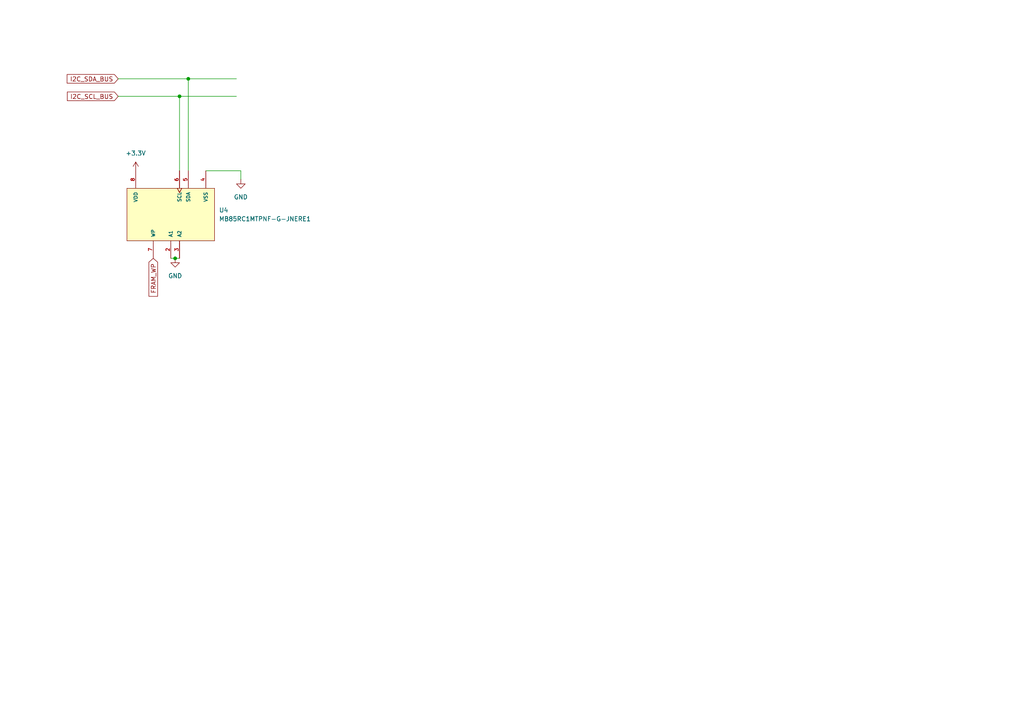
<source format=kicad_sch>
(kicad_sch (version 20231120) (generator "eeschema") (generator_version "8.0")
  (paper "A4")
  (lib_symbols
    (symbol "SamacSys_Parts:MB85RC1MTPNF-G-JNERE1" (pin_names (offset 1.016))
      (property "Reference" "U" (at -7.6346 13.4877 0))
      (property "Value" "MB85RC1MTPNF-G-JNERE1" (at -7.6256 -15.2511 0))
      (symbol "MB85RC1MTPNF-G-JNERE1_0_0"
        (rectangle (start -7.62 -12.7) (end 7.62 12.7) (stroke (width 0.1524)) (fill (type background)))
        (pin input line (at -12.7 0 0) (length 5.08) (name "A1") (number "2"))
        (pin input line (at -12.7 -2.54 0) (length 5.08) (name "A2") (number "3"))
        (pin power_in line (at 12.7 -10.16 180) (length 5.08) (name "VSS") (number "4"))
        (pin bidirectional line (at 12.7 -5.08 180) (length 5.08) (name "SDA") (number "5"))
        (pin input clock (at 12.7 -2.54 180) (length 5.08) (name "SCL") (number "6"))
        (pin input line (at -12.7 5.08 0) (length 5.08) (name "WP") (number "7"))
        (pin power_in line (at 12.7 10.16 180) (length 5.08) (name "VDD") (number "8"))
      )
    )
    (symbol "power:+3.3V" (power) (pin_numbers hide) (pin_names (offset 0) hide)
      (property "Value" "+3.3V" (at 0 3.556 0))
      (symbol "+3.3V_0_1"
        (polyline (pts (xy -0.762 1.27) (xy 0 2.54)))
        (polyline (pts (xy 0 0) (xy 0 2.54)))
        (polyline (pts (xy 0 2.54) (xy 0.762 1.27)))
      )
      (symbol "+3.3V_1_1"
        (pin power_in line (at 0 0 90) (length 0) (name "~") (number "1"))
      )
    )
    (symbol "power:GND" (power) (pin_numbers hide) (pin_names (offset 0) hide)
      (property "Value" "GND" (at 0 -3.81 0))
      (symbol "GND_0_1"
        (polyline (pts (xy 0 0) (xy 0 -1.27) (xy 1.27 -1.27) (xy 0 -2.54) (xy -1.27 -1.27) (xy 0 -1.27)))
      )
      (symbol "GND_1_1"
        (pin power_in line (at 0 0 270) (length 0) (name "~") (number "1"))
      )
    )
  )
  (junction (at 54.61 22.86))
  (junction (at 50.8 74.93))
  (junction (at 52.07 27.94))
  (wire (pts (xy 54.61 22.86) (xy 54.61 49.53)))
  (wire (pts (xy 69.85 49.53) (xy 69.85 52.07)))
  (wire (pts (xy 52.07 27.94) (xy 52.07 49.53)))
  (wire (pts (xy 52.07 27.94) (xy 68.58 27.94)))
  (wire (pts (xy 54.61 22.86) (xy 68.58 22.86)))
  (wire (pts (xy 34.29 27.94) (xy 52.07 27.94)))
  (wire (pts (xy 59.69 49.53) (xy 69.85 49.53)))
  (wire (pts (xy 50.8 74.93) (xy 49.53 74.93)))
  (wire (pts (xy 50.8 74.93) (xy 52.07 74.93)))
  (wire (pts (xy 34.29 22.86) (xy 54.61 22.86)))
  (global_label "FRAM_WP" (shape input) (at 44.45 74.93 270) (property "Intersheetrefs" "${INTERSHEET_REFS}" (effects (hide yes))))
  (global_label "I2C_SDA_BUS" (shape input) (at 34.29 22.86 180) (property "Intersheetrefs" "${INTERSHEET_REFS}" (effects (hide yes))))
  (global_label "I2C_SCL_BUS" (shape input) (at 34.29 27.94 180) (property "Intersheetrefs" "${INTERSHEET_REFS}" (effects (hide yes))))
  (symbol (lib_id "power:GND") (at 69.85 52.07 0) (unit 1)
    (property "Reference" "#PWR024" (effects (hide yes)))
    (property "Value" "GND" (at 69.85 57.15 0))
    (property "Description" "Power symbol creates a global label with name \"GND\" , ground" (effects (hide yes)))
  )
  (symbol (lib_id "power:GND") (at 50.8 74.93 0) (unit 1)
    (property "Reference" "#PWR025" (effects (hide yes)))
    (property "Value" "GND" (at 50.8 80.01 0))
    (property "Description" "Power symbol creates a global label with name \"GND\" , ground" (effects (hide yes)))
  )
  (symbol (lib_id "SamacSys_Parts:MB85RC1MTPNF-G-JNERE1") (at 49.53 62.23 90) (unit 1)
    (property "Reference" "U4" (at 63.5 60.9599 90) (effects (justify right)))
    (property "Value" "MB85RC1MTPNF-G-JNERE1" (at 63.5 63.4999 90) (effects (justify right)))
    (property "Footprint" "MB85RC1MTPNF-G-JNERE1:SOIC127P600X175-8N" (effects (hide yes)))
    (property "MF" "Fujitsu Semiconductor" (effects (hide yes)))
    (property "Description_1" "\nFRAM (Ferroelectric RAM) Memory IC 1Mbit I2C 3.4 MHz 130 ns 8-SOP\n" (effects (hide yes)))
    (property "Package" "None" (effects (hide yes)))
    (property "Price" "None" (effects (hide yes)))
    (property "Check_prices" "https://www.snapeda.com/parts/MB85RC1MTPNF-G-JNERE1/Fuji+Semiconductor/view-part/?ref=eda" (effects (hide yes)))
    (property "STANDARD" "IPC-7351B" (effects (hide yes)))
    (property "SnapEDA_Link" "https://www.snapeda.com/parts/MB85RC1MTPNF-G-JNERE1/Fuji+Semiconductor/view-part/?ref=snap" (effects (hide yes)))
    (property "MP" "MB85RC1MTPNF-G-JNERE1" (effects (hide yes)))
    (property "Purchase-URL" "https://www.snapeda.com/api/url_track_click_mouser/?unipart_id=8817307&manufacturer=Fujitsu Semiconductor&part_name=MB85RC1MTPNF-G-JNERE1&search_term=mb85rc1mtpnf-g-jnere1\\" (effects (hide yes)))
    (property "Availability" "In Stock" (effects (hide yes)))
    (property "MANUFACTURER" "Fujitsu" (effects (hide yes)))
  )
  (symbol (lib_id "power:+3.3V") (at 39.37 49.53 0) (unit 1)
    (property "Reference" "#PWR023" (effects (hide yes)))
    (property "Value" "+3.3V" (at 39.37 44.45 0))
    (property "Description" "Power symbol creates a global label with name \"+3.3V\"" (effects (hide yes)))
  )
)
</source>
